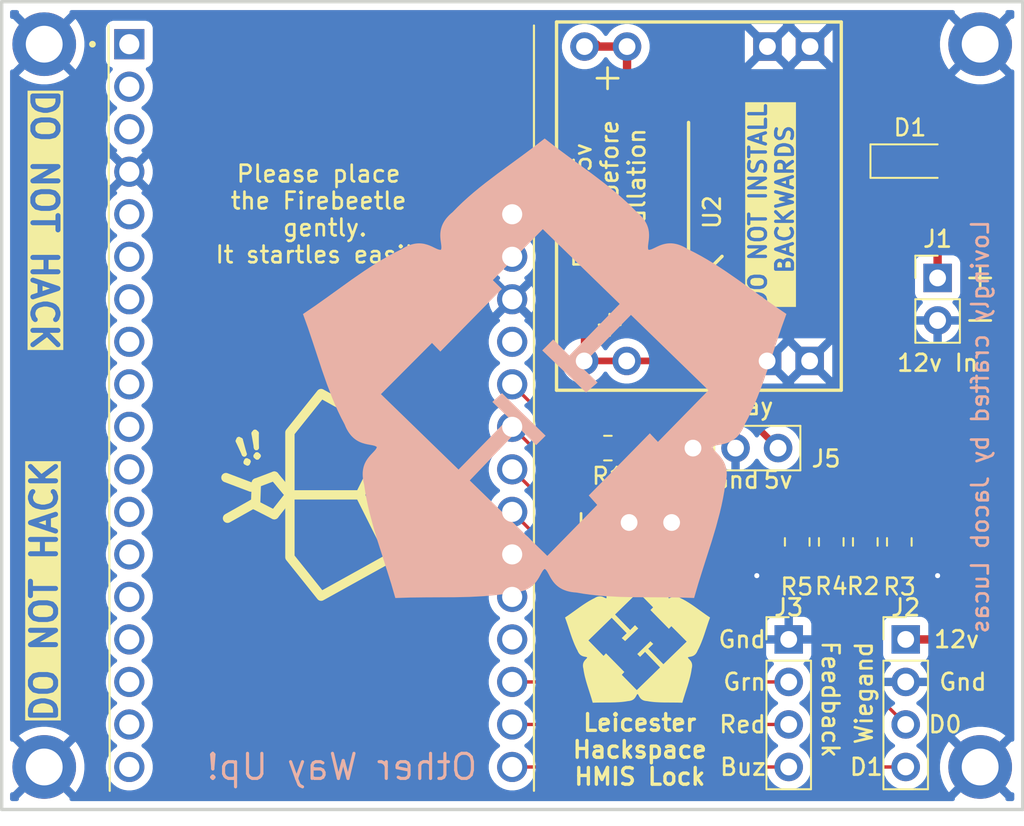
<source format=kicad_pcb>
(kicad_pcb (version 20241229) (generator "pcbnew") (generator_version "9.0")
  (layers (0 "F.Cu" signal) (2 "B.Cu" signal) (13 "F.Paste" user) (15 "B.Paste" user) (5 "F.SilkS" user "F.Silkscreen") (7 "B.SilkS" user "B.Silkscreen") (1 "F.Mask" user) (3 "B.Mask" user) (25 "Edge.Cuts" user))
  (net 0 "")
  (net 1 "GND")
  (net 2 "+12V")
  (net 3 "Net-(J2-Pin_3)")
  (net 4 "Net-(J2-Pin_4)")
  (net 5 "/red")
  (net 6 "/grn")
  (net 7 "/buz")
  (net 8 "/Btn")
  (net 9 "Net-(J5-Pin_1)")
  (net 10 "+5V")
  (net 11 "/Relay")
  (net 12 "/d0")
  (net 13 "/d1")
  (net 31 "Net-(D1-A)")
  (footprint "MountingHole:MountingHole_2.2mm_M2_DIN965_Pad" (layer "F.Cu") (at 86.36 35.56)
    (property "Reference" "M2" (hide yes))
    (property "Value" "MountingHole_2.2mm_M2_DIN965_Pad" (hide yes))
    (pad "1" thru_hole circle (at 0 0) (size 3.8 3.8) (drill 2.2) (layers "*.Cu" "*.Mask") (net 1 "GND"))
  )
  (footprint "MountingHole:MountingHole_2.2mm_M2_DIN965_Pad" (layer "F.Cu") (at 30.48 35.56)
    (property "Reference" "M1" (hide yes))
    (property "Value" "MountingHole_2.2mm_M2_DIN965_Pad" (hide yes))
    (pad "1" thru_hole circle (at 0 0) (size 3.8 3.8) (drill 2.2) (layers "*.Cu" "*.Mask") (net 1 "GND"))
  )
  (footprint "Connector_PinHeader_2.54mm:PinHeader_1x03_P2.54mm_Vertical" (layer "F.Cu") (at 69.215 59.69 90)
    (property "Reference" "J5" (at -0.635 6.985 0) (layer "F.SilkS") (effects (font (thickness 0.16)) (justify left)))
    (property "Value" "Relay" (hide yes))
    (fp_line (start -1.33 -1.33) (end 0 -1.33) (stroke (width 0.12)) (layer "F.SilkS"))
    (fp_line (start -1.33 0) (end -1.33 -1.33) (stroke (width 0.12)) (layer "F.SilkS"))
    (fp_line (start 1.33 1.27) (end 1.33 6.41) (stroke (width 0.12)) (layer "F.SilkS"))
    (fp_line (start -1.33 1.27) (end 1.33 1.27) (stroke (width 0.12)) (layer "F.SilkS"))
    (fp_line (start -1.33 1.27) (end -1.33 6.41) (stroke (width 0.12)) (layer "F.SilkS"))
    (fp_line (start -1.33 6.41) (end 1.33 6.41) (stroke (width 0.12)) (layer "F.SilkS"))
    (pad "1" thru_hole rect (at 0 0 90) (size 1.7 1.7) (drill 1) (layers "*.Cu" "*.Mask") (net 9 "Net-(J5-Pin_1)"))
    (pad "2" thru_hole oval (at 0 2.54 90) (size 1.7 1.7) (drill 1) (layers "*.Cu" "*.Mask") (net 1 "GND"))
    (pad "3" thru_hole oval (at 0 5.08 90) (size 1.7 1.7) (drill 1) (layers "*.Cu" "*.Mask") (net 10 "+5V"))
  )
  (footprint "Diode_SMD:D_SOD-123" (layer "F.Cu") (at 82.17 42.545)
    (property "Reference" "D1" (at 0 -2 0) (layer "F.SilkS"))
    (property "Value" "1N5819")
    (fp_line (start -2.36 -1) (end -2.36 1) (stroke (width 0.12)) (layer "F.SilkS"))
    (fp_line (start -2.36 -1) (end 1.65 -1) (stroke (width 0.12)) (layer "F.SilkS"))
    (fp_line (start -2.36 1) (end 1.65 1) (stroke (width 0.12)) (layer "F.SilkS"))
    (pad "1" smd roundrect (at -1.65 0) (size 0.9 1.2) (layers "F.Cu" "F.Mask" "F.Paste") (net 2 "+12V"))
    (pad "2" smd roundrect (at 1.65 0) (size 0.9 1.2) (layers "F.Cu" "F.Mask" "F.Paste") (net 31 "Net-(D1-A)"))
  )
  (footprint "Resistor_SMD:R_0805_2012Metric_Pad1.20x1.40mm_HandSolder" (layer "F.Cu") (at 75.438 65.294 -90)
    (property "Reference" "R5" (at 2.681958 0.024909 180) (layer "F.SilkS"))
    (property "Value" "3.3k" (hide yes))
    (fp_line (start -0.227064 0.735) (end 0.227064 0.735) (stroke (width 0.12)) (layer "F.SilkS"))
    (fp_line (start -0.227064 -0.735) (end 0.227064 -0.735) (stroke (width 0.12)) (layer "F.SilkS"))
    (pad "1" smd roundrect (at -1 0 270) (size 1.2 1.4) (layers "F.Cu" "F.Mask" "F.Paste") (roundrect_rratio 0.208333) (net 13 "/d1"))
    (pad "2" smd roundrect (at 1 0 270) (size 1.2 1.4) (layers "F.Cu" "F.Mask" "F.Paste") (roundrect_rratio 0.208333) (net 1 "GND"))
  )
  (footprint "MountingHole:MountingHole_2.2mm_M2_DIN965_Pad" (layer "F.Cu") (at 30.48 78.74)
    (property "Reference" "M3" (hide yes))
    (property "Value" "MountingHole_2.2mm_M2_DIN965_Pad" (hide yes))
    (pad "1" thru_hole circle (at 0 0) (size 3.8 3.8) (drill 2.2) (layers "*.Cu" "*.Mask") (net 1 "GND"))
  )
  (footprint "Connector_PinHeader_2.54mm:PinHeader_1x02_P2.54mm_Vertical" (layer "F.Cu") (at 65.4 64.135 90)
    (property "Reference" "J4" (at 0 -2.535 180) (layer "F.SilkS") (effects (font (thickness 0.16))))
    (property "Value" "Button")
    (fp_line (start -1.33 -1.33) (end 0 -1.33) (stroke (width 0.12)) (layer "F.SilkS"))
    (fp_line (start -1.33 0) (end -1.33 -1.33) (stroke (width 0.12)) (layer "F.SilkS"))
    (fp_line (start 1.33 1.27) (end 1.33 3.87) (stroke (width 0.12)) (layer "F.SilkS"))
    (fp_line (start -1.33 1.27) (end 1.33 1.27) (stroke (width 0.12)) (layer "F.SilkS"))
    (fp_line (start -1.33 1.27) (end -1.33 3.87) (stroke (width 0.12)) (layer "F.SilkS"))
    (fp_line (start -1.33 3.87) (end 1.33 3.87) (stroke (width 0.12)) (layer "F.SilkS"))
    (pad "1" thru_hole rect (at 0 0 90) (size 1.7 1.7) (drill 1) (layers "*.Cu" "*.Mask") (net 8 "/Btn"))
    (pad "2" thru_hole oval (at 0 2.54 90) (size 1.7 1.7) (drill 1) (layers "*.Cu" "*.Mask") (net 1 "GND"))
  )
  (footprint "Resistor_SMD:R_0805_2012Metric_Pad1.20x1.40mm_HandSolder" (layer "F.Cu") (at 81.534 65.294 90)
    (property "Reference" "R3" (at -2.681958 0.01243 180) (layer "F.SilkS"))
    (property "Value" "3.3k" (hide yes))
    (fp_line (start -0.227064 -0.735) (end 0.227064 -0.735) (stroke (width 0.12)) (layer "F.SilkS"))
    (fp_line (start -0.227064 0.735) (end 0.227064 0.735) (stroke (width 0.12)) (layer "F.SilkS"))
    (pad "1" smd roundrect (at -1 0 90) (size 1.2 1.4) (layers "F.Cu" "F.Mask" "F.Paste") (roundrect_rratio 0.208333) (net 1 "GND"))
    (pad "2" smd roundrect (at 1 0 90) (size 1.2 1.4) (layers "F.Cu" "F.Mask" "F.Paste") (roundrect_rratio 0.208333) (net 12 "/d0"))
  )
  (footprint "jacob-libs:MP1584EN Module" (layer "F.Cu") (at 68.95 45.233 90)
    (property "Reference" "U2" (at -0.36 1.408 90) (layer "F.SilkS") (effects (font (thickness 0.16))))
    (property "Value" "MP1584EN Module")
    (fp_line (start 11 -7.882) (end -11 -7.882) (stroke (width 0.2)) (layer "F.SilkS"))
    (fp_line (start -11 -7.882) (end -11 9.118) (stroke (width 0.2)) (layer "F.SilkS"))
    (fp_line (start -3 -2) (end -5 0) (stroke (width 0.2)) (layer "F.SilkS"))
    (fp_line (start 5 0) (end -5 0) (stroke (width 0.2)) (layer "F.SilkS"))
    (fp_line (start -5 0) (end -3 2) (stroke (width 0.2)) (layer "F.SilkS"))
    (fp_line (start 11 9.118) (end 11 -7.882) (stroke (width 0.2)) (layer "F.SilkS"))
    (fp_line (start -11 9.118) (end 11 9.118) (stroke (width 0.2)) (layer "F.SilkS"))
    (pad "1" thru_hole circle (at 9.531 -6.212 90) (size 1.7 1.7) (drill 1) (layers "*.Cu" "*.Mask") (net 2 "+12V"))
    (pad "1" thru_hole circle (at 9.531 -3.672 90) (size 1.7 1.7) (drill 1) (layers "*.Cu" "*.Mask") (net 2 "+12V"))
    (pad "2" thru_hole rect (at 9.531 4.71 90) (size 1.7 1.7) (drill 1) (layers "*.Cu" "*.Mask") (net 1 "GND"))
    (pad "2" thru_hole rect (at 9.531 7.25 90) (size 1.7 1.7) (drill 1) (layers "*.Cu" "*.Mask") (net 1 "GND"))
    (pad "3" thru_hole rect (at -9.25 4.69 90) (size 1.7 1.7) (drill 1) (layers "*.Cu" "*.Mask") (net 1 "GND"))
    (pad "3" thru_hole rect (at -9.25 7.23 90) (size 1.7 1.7) (drill 1) (layers "*.Cu" "*.Mask") (net 1 "GND"))
    (pad "4" thru_hole circle (at -9.25 -6.232 90) (size 1.7 1.7) (drill 1) (layers "*.Cu" "*.Mask") (net 10 "+5V"))
    (pad "4" thru_hole circle (at -9.25 -3.692 90) (size 1.7 1.7) (drill 1) (layers "*.Cu" "*.Mask") (net 10 "+5V"))
  )
  (footprint "Resistor_SMD:R_0805_2012Metric_Pad1.20x1.40mm_HandSolder" (layer "F.Cu") (at 64.135 59.69)
    (property "Reference" "R1" (at 0.029975 1.669735 0) (layer "F.SilkS"))
    (property "Value" "5k1")
    (fp_line (start -0.227064 -0.735) (end 0.227064 -0.735) (stroke (width 0.12)) (layer "F.SilkS"))
    (fp_line (start -0.227064 0.735) (end 0.227064 0.735) (stroke (width 0.12)) (layer "F.SilkS"))
    (pad "1" smd roundrect (at -1 0) (size 1.2 1.4) (layers "F.Cu" "F.Mask" "F.Paste") (roundrect_rratio 0.208333) (net 11 "/Relay"))
    (pad "2" smd roundrect (at 1 0) (size 1.2 1.4) (layers "F.Cu" "F.Mask" "F.Paste") (roundrect_rratio 0.208333) (net 9 "Net-(J5-Pin_1)"))
  )
  (footprint "Connector_PinHeader_2.54mm:PinHeader_1x02_P2.54mm_Vertical" (layer "F.Cu") (at 83.82 49.525)
    (property "Reference" "J1" (at 0 -2.33 0) (layer "F.SilkS") (effects (font (thickness 0.16))))
    (property "Value" "Power In" (hide yes))
    (fp_line (start -1.33 -1.33) (end 0 -1.33) (stroke (width 0.12)) (layer "F.SilkS"))
    (fp_line (start -1.33 0) (end -1.33 -1.33) (stroke (width 0.12)) (layer "F.SilkS"))
    (fp_line (start -1.33 1.27) (end -1.33 3.87) (stroke (width 0.12)) (layer "F.SilkS"))
    (fp_line (start -1.33 1.27) (end 1.33 1.27) (stroke (width 0.12)) (layer "F.SilkS"))
    (fp_line (start -1.33 3.87) (end 1.33 3.87) (stroke (width 0.12)) (layer "F.SilkS"))
    (fp_line (start 1.33 1.27) (end 1.33 3.87) (stroke (width 0.12)) (layer "F.SilkS"))
    (pad "1" thru_hole rect (at 0 0) (size 1.7 1.7) (drill 1) (layers "*.Cu" "*.Mask") (net 31 "Net-(D1-A)"))
    (pad "2" thru_hole oval (at 0 2.54) (size 1.7 1.7) (drill 1) (layers "*.Cu" "*.Mask") (net 1 "GND"))
  )
  (footprint "Connector_PinHeader_2.54mm:PinHeader_1x04_P2.54mm_Vertical" (layer "F.Cu") (at 81.915 71.12)
    (property "Reference" "J2" (at 0 -1.905 0) (layer "F.SilkS") (effects (font (thickness 0.16))))
    (property "Value" "Wiegand" (hide yes))
    (fp_line (start -1.33 -1.33) (end 0 -1.33) (stroke (width 0.12)) (layer "F.SilkS"))
    (fp_line (start -1.33 0) (end -1.33 -1.33) (stroke (width 0.12)) (layer "F.SilkS"))
    (fp_line (start -1.33 1.27) (end -1.33 8.95) (stroke (width 0.12)) (layer "F.SilkS"))
    (fp_line (start -1.33 1.27) (end 1.33 1.27) (stroke (width 0.12)) (layer "F.SilkS"))
    (fp_line (start -1.33 8.95) (end 1.33 8.95) (stroke (width 0.12)) (layer "F.SilkS"))
    (fp_line (start 1.33 1.27) (end 1.33 8.95) (stroke (width 0.12)) (layer "F.SilkS"))
    (pad "1" thru_hole rect (at 0 0) (size 1.7 1.7) (drill 1) (layers "*.Cu" "*.Mask") (net 2 "+12V"))
    (pad "2" thru_hole oval (at 0 2.54) (size 1.7 1.7) (drill 1) (layers "*.Cu" "*.Mask") (net 1 "GND"))
    (pad "3" thru_hole oval (at 0 5.08) (size 1.7 1.7) (drill 1) (layers "*.Cu" "*.Mask") (net 3 "Net-(J2-Pin_3)"))
    (pad "4" thru_hole oval (at 0 7.62) (size 1.7 1.7) (drill 1) (layers "*.Cu" "*.Mask") (net 4 "Net-(J2-Pin_4)"))
  )
  (footprint "Connector_PinHeader_2.54mm:PinHeader_1x04_P2.54mm_Vertical" (layer "F.Cu") (at 74.93 71.12)
    (property "Reference" "J3" (at 0 -1.905 0) (layer "F.SilkS") (effects (font (thickness 0.16))))
    (property "Value" "Feedback" (hide yes))
    (fp_line (start -1.33 -1.33) (end 0 -1.33) (stroke (width 0.12)) (layer "F.SilkS"))
    (fp_line (start -1.33 0) (end -1.33 -1.33) (stroke (width 0.12)) (layer "F.SilkS"))
    (fp_line (start -1.33 1.27) (end -1.33 8.95) (stroke (width 0.12)) (layer "F.SilkS"))
    (fp_line (start -1.33 1.27) (end 1.33 1.27) (stroke (width 0.12)) (layer "F.SilkS"))
    (fp_line (start -1.33 8.95) (end 1.33 8.95) (stroke (width 0.12)) (layer "F.SilkS"))
    (fp_line (start 1.33 1.27) (end 1.33 8.95) (stroke (width 0.12)) (layer "F.SilkS"))
    (pad "1" thru_hole rect (at 0 0) (size 1.7 1.7) (drill 1) (layers "*.Cu" "*.Mask") (net 1 "GND"))
    (pad "2" thru_hole oval (at 0 2.54) (size 1.7 1.7) (drill 1) (layers "*.Cu" "*.Mask") (net 6 "/grn"))
    (pad "3" thru_hole oval (at 0 5.08) (size 1.7 1.7) (drill 1) (layers "*.Cu" "*.Mask") (net 5 "/red"))
    (pad "4" thru_hole oval (at 0 7.62) (size 1.7 1.7) (drill 1) (layers "*.Cu" "*.Mask") (net 7 "/buz"))
  )
  (footprint "Resistor_SMD:R_0805_2012Metric_Pad1.20x1.40mm_HandSolder" (layer "F.Cu") (at 79.502 65.294 -90)
    (property "Reference" "R2" (at 2.651 0.127 180) (layer "F.SilkS"))
    (property "Value" "1k" (hide yes))
    (fp_line (start -0.227064 0.735) (end 0.227064 0.735) (stroke (width 0.12)) (layer "F.SilkS"))
    (fp_line (start -0.227064 -0.735) (end 0.227064 -0.735) (stroke (width 0.12)) (layer "F.SilkS"))
    (pad "1" smd roundrect (at -1 0 270) (size 1.2 1.4) (layers "F.Cu" "F.Mask" "F.Paste") (roundrect_rratio 0.208333) (net 12 "/d0"))
    (pad "2" smd roundrect (at 1 0 270) (size 1.2 1.4) (layers "F.Cu" "F.Mask" "F.Paste") (roundrect_rratio 0.208333) (net 3 "Net-(J2-Pin_3)"))
  )
  (footprint "MountingHole:MountingHole_2.2mm_M2_DIN965_Pad" (layer "F.Cu") (at 86.36 78.74)
    (property "Reference" "M4" (hide yes))
    (property "Value" "MountingHole_2.2mm_M2_DIN965_Pad" (hide yes))
    (pad "1" thru_hole circle (at 0 0) (size 3.8 3.8) (drill 2.2) (layers "*.Cu" "*.Mask") (net 1 "GND"))
  )
  (footprint "Resistor_SMD:R_0805_2012Metric_Pad1.20x1.40mm_HandSolder" (layer "F.Cu") (at 77.47 65.294 -90)
    (property "Reference" "R4" (at 2.651 0 180) (layer "F.SilkS"))
    (property "Value" "1k" (hide yes))
    (fp_line (start -0.227064 0.735) (end 0.227064 0.735) (stroke (width 0.12)) (layer "F.SilkS"))
    (fp_line (start -0.227064 -0.735) (end 0.227064 -0.735) (stroke (width 0.12)) (layer "F.SilkS"))
    (pad "1" smd roundrect (at -1 0 270) (size 1.2 1.4) (layers "F.Cu" "F.Mask" "F.Paste") (roundrect_rratio 0.208333) (net 13 "/d1"))
    (pad "2" smd roundrect (at 1 0 270) (size 1.2 1.4) (layers "F.Cu" "F.Mask" "F.Paste") (roundrect_rratio 0.208333) (net 4 "Net-(J2-Pin_4)"))
  )
  (footprint "DFR0654:MODULE_DFR0654" (layer "F.Cu") (at 47.091247 52.223767)
    (property "Reference" "U1" (at 0 0 0) (layer "F.SilkS") (effects (font (thickness 0.16))))
    (property "Value" "DFR0654")
    (fp_line (start -12.771247 -17.78) (end -12.7 27.94) (stroke (width 0.127)) (layer "F.SilkS"))
    (fp_line (start 12.628753 -17.78) (end 12.628753 27.94) (stroke (width 0.127)) (layer "F.SilkS"))
    (fp_circle (center -13.731247 -16.663767) (end -13.631247 -16.663767) (stroke (width 0.2)) (fill no) (layer "F.SilkS"))
    (pad "" thru_hole circle (at -11.531247 -11.583767) (size 1.8 1.8) (drill 1.2) (layers "*.Cu" "*.Mask"))
    (pad "0" thru_hole circle (at -11.531247 16.356233) (size 1.8 1.8) (drill 1.2) (layers "*.Cu" "*.Mask"))
    (pad "1" thru_hole circle (at -11.531247 23.976233) (size 1.8 1.8) (drill 1.2) (layers "*.Cu" "*.Mask"))
    (pad "2" thru_hole circle (at -11.531247 8.736233) (size 1.8 1.8) (drill 1.2) (layers "*.Cu" "*.Mask"))
    (pad "3" thru_hole circle (at -11.531247 26.516233) (size 1.8 1.8) (drill 1.2) (layers "*.Cu" "*.Mask"))
    (pad "4" thru_hole circle (at 11.328753 21.436233) (size 1.8 1.8) (drill 1.2) (layers "*.Cu" "*.Mask") (net 6 "/grn"))
    (pad "5" thru_hole circle (at 11.328753 -6.503767) (size 1.8 1.8) (drill 1.2) (layers "*.Cu" "*.Mask") (net 10 "+5V"))
    (pad "6" thru_hole circle (at -11.531247 -14.123767) (size 1.8 1.8) (drill 1.2) (layers "*.Cu" "*.Mask"))
    (pad "6" thru_hole circle (at 11.328753 -3.963767) (size 1.8 1.8) (drill 1.2) (layers "*.Cu" "*.Mask"))
    (pad "7" thru_hole circle (at -11.531247 -9.043767) (size 1.8 1.8) (drill 1.2) (layers "*.Cu" "*.Mask") (net 1 "GND"))
    (pad "7" thru_hole circle (at 11.328753 -1.423767) (size 1.8 1.8) (drill 1.2) (layers "*.Cu" "*.Mask") (net 1 "GND"))
    (pad "8" thru_hole circle (at -11.531247 -6.503767) (size 1.8 1.8) (drill 1.2) (layers "*.Cu" "*.Mask"))
    (pad "9" thru_hole rect (at -11.531247 -16.663767) (size 1.8 1.8) (drill 1.2) (layers "*.Cu" "*.Mask"))
    (pad "12" thru_hole circle (at 11.328753 18.896233) (size 1.8 1.8) (drill 1.2) (layers "*.Cu" "*.Mask"))
    (pad "13" thru_hole circle (at -11.531247 11.276233) (size 1.8 1.8) (drill 1.2) (layers "*.Cu" "*.Mask"))
    (pad "14" thru_hole circle (at -11.531247 13.816233) (size 1.8 1.8) (drill 1.2) (layers "*.Cu" "*.Mask"))
    (pad "15" thru_hole circle (at 11.328753 6.196233) (size 1.8 1.8) (drill 1.2) (layers "*.Cu" "*.Mask") (net 8 "/Btn"))
    (pad "16" thru_hole circle (at 11.328753 23.976233) (size 1.8 1.8) (drill 1.2) (layers "*.Cu" "*.Mask") (net 5 "/red"))
    (pad "17" thru_hole circle (at 11.328753 26.516233) (size 1.8 1.8) (drill 1.2) (layers "*.Cu" "*.Mask") (net 7 "/buz"))
    (pad "18" thru_hole circle (at -11.531247 -3.963767) (size 1.8 1.8) (drill 1.2) (layers "*.Cu" "*.Mask"))
    (pad "19" thru_hole circle (at -11.531247 1.116233) (size 1.8 1.8) (drill 1.2) (layers "*.Cu" "*.Mask"))
    (pad "21" thru_hole circle (at -11.531247 6.196233) (size 1.8 1.8) (drill 1.2) (layers "*.Cu" "*.Mask") (net 11 "/Relay"))
    (pad "21" thru_hole circle (at 11.328753 3.656233) (size 1.8 1.8) (drill 1.2) (layers "*.Cu" "*.Mask") (net 11 "/Relay"))
    (pad "22" thru_hole circle (at -11.531247 3.656233) (size 1.8 1.8) (drill 1.2) (layers "*.Cu" "*.Mask"))
    (pad "22" thru_hole circle (at 11.328753 1.116233) (size 1.8 1.8) (drill 1.2) (layers "*.Cu" "*.Mask"))
    (pad "23" thru_hole circle (at -11.531247 -1.423767) (size 1.8 1.8) (drill 1.2) (layers "*.Cu" "*.Mask"))
    (pad "25" thru_hole circle (at -11.531247 21.436233) (size 1.8 1.8) (drill 1.2) (layers "*.Cu" "*.Mask"))
    (pad "26" thru_hole circle (at -11.531247 18.896233) (size 1.8 1.8) (drill 1.2) (layers "*.Cu" "*.Mask"))
    (pad "34" thru_hole circle (at 11.328753 11.276233) (size 1.8 1.8) (drill 1.2) (layers "*.Cu" "*.Mask") (net 13 "/d1"))
    (pad "35" thru_hole circle (at 11.328753 8.736233) (size 1.8 1.8) (drill 1.2) (layers "*.Cu" "*.Mask") (net 12 "/d0"))
    (pad "36" thru_hole circle (at 11.328753 16.356233) (size 1.8 1.8) (drill 1.2) (layers "*.Cu" "*.Mask"))
    (pad "39" thru_hole circle (at 11.328753 13.816233) (size 1.8 1.8) (drill 1.2) (layers "*.Cu" "*.Mask"))
  )
  (gr_line (start 86.36 48.89) (end 86.36 50.16) (stroke (width 0.16)) (layer "F.SilkS"))
  (gr_line (start 45.149112 62.484) (end 44.21805 61.363988) (stroke (width 0.558638)) (layer "F.SilkS"))
  (gr_line (start 64.115 38.227) (end 64.115 36.957) (stroke (width 0.16)) (layer "F.SilkS"))
  (gr_line (start 51.945861 64.904759) (end 52.970028 66.11514) (stroke (width 0.558638)) (layer "F.SilkS"))
  (gr_line (start 63.607 52.324) (end 64.877 52.324) (stroke (width 0.16)) (layer "F.SilkS"))
  (gr_line (start 44.21805 61.363988) (end 43.145275 61.770471) (stroke (width 0.558638)) (layer "F.SilkS"))
  (gr_line (start 44.21805 63.668022) (end 45.149112 62.484) (stroke (width 0.558638)) (layer "F.SilkS"))
  (gr_poly (pts (xy 66.114612 66.828714) (xy 66.328544 66.987699) (xy 66.759185 67.303579) (xy 66.970388 67.464667) (xy 67.073756 67.546914) (xy 67.175174 67.630647) (xy 67.2743 67.716124) (xy 67.37079 67.80361) (xy 67.464299 67.893367) (xy 67.554482 67.985656) (xy 67.586529 68.012971) (xy 67.615452 68.040222) (xy 67.641399 68.067373) (xy 67.664517 68.094391) (xy 67.684955 68.121246) (xy 67.702859 68.147899) (xy 67.718378 68.174319) (xy 67.731659 68.200473) (xy 67.74285 68.226327) (xy 67.752101 68.251845) (xy 67.759557 68.276997) (xy 67.765368 68.301747) (xy 67.769681 68.326062) (xy 67.772642 68.349909) (xy 67.774403 68.373253) (xy 67.775108 68.396061) (xy 67.774907 68.4183) (xy 67.773948 68.439934) (xy 67.770344 68.481261) (xy 67.760538 68.555196) (xy 67.756701 68.587266) (xy 67.755153 68.615712) (xy 67.755608 68.628492) (xy 67.757078 68.640264) (xy 67.75971 68.650996) (xy 67.763655 68.660655) (xy 67.774059 68.661424) (xy 67.78508 68.660616) (xy 67.809027 68.654866) (xy 67.835607 68.644612) (xy 67.864928 68.631064) (xy 67.932225 68.598913) (xy 67.970423 68.582728) (xy 68.011797 68.568082) (xy 68.056458 68.55618) (xy 68.080056 68.551636) (xy 68.104515 68.548233) (xy 68.129852 68.546119) (xy 68.156076 68.545447) (xy 68.183207 68.546367) (xy 68.211252 68.549031) (xy 68.240229 68.553589) (xy 68.270151 68.560194) (xy 68.30103 68.568996) (xy 68.332883 68.580144) (xy 68.365719 68.593791) (xy 68.399555 68.610088) (xy 68.434403 68.629186) (xy 68.470278 68.651236) (xy 68.585901 68.708521) (xy 68.700143 68.769751) (xy 68.813145 68.834515) (xy 68.925051 68.902408) (xy 69.036005 68.973021) (xy 69.146148 69.045943) (xy 69.364577 69.197091) (xy 69.798002 69.509157) (xy 70.015284 69.663546) (xy 70.234473 69.812484) (xy 70.144638 70.061776) (xy 70.059542 70.314364) (xy 69.89219 70.821539) (xy 69.804248 71.072182) (xy 69.709673 71.318234) (xy 69.659009 71.438923) (xy 69.605619 71.557724) (xy 69.549152 71.674391) (xy 69.489248 71.788679) (xy 69.473172 71.8276) (xy 69.456194 71.863529) (xy 69.438389 71.896595) (xy 69.419837 71.926931) (xy 69.400613 71.954668) (xy 69.380796 71.979931) (xy 69.360464 72.002855) (xy 69.339695 72.023569) (xy 69.318564 72.042203) (xy 69.297152 72.058886) (xy 69.275535 72.073751) (xy 69.253793 72.086926) (xy 69.231999 72.098542) (xy 69.210236 72.108728) (xy 69.188577 72.117616) (xy 69.167103 72.125336) (xy 69.125018 72.137791) (xy 69.084599 72.147136) (xy 69.011252 72.160658) (xy 68.979566 72.166921) (xy 68.952035 72.174239) (xy 68.94002 72.178621) (xy 68.929278 72.183656) (xy 68.919884 72.189476) (xy 68.911917 72.196213) (xy 68.9144 72.206345) (xy 68.918576 72.216577) (xy 68.931446 72.237575) (xy 68.949413 72.259684) (xy 68.971361 72.283381) (xy 69.022739 72.337448) (xy 69.049938 72.368773) (xy 69.076658 72.403594) (xy 69.101781 72.442388) (xy 69.113396 72.463426) (xy 69.124193 72.485636) (xy 69.134034 72.509077) (xy 69.142779 72.53381) (xy 69.150288 72.559895) (xy 69.156422 72.587392) (xy 69.161042 72.616358) (xy 69.164009 72.646856) (xy 69.165182 72.678944) (xy 69.164421 72.712681) (xy 69.161591 72.748127) (xy 69.156546 72.785342) (xy 69.149153 72.824387) (xy 69.139268 72.865319) (xy 69.120516 72.992986) (xy 69.097586 73.120556) (xy 69.070908 73.248041) (xy 69.040919 73.375451) (xy 68.972727 73.630082) (xy 68.896472 73.884527) (xy 68.733608 74.393174) (xy 68.653917 74.647532) (xy 68.58 74.902016) (xy 68.315148 74.893616) (xy 68.048627 74.890741) (xy 67.514564 74.888311) (xy 67.249014 74.882129) (xy 66.985779 74.86822) (xy 66.855342 74.857331) (xy 66.725858 74.843269) (xy 66.59745 74.825615) (xy 66.470246 74.803961) (xy 66.428262 74.8007) (xy 66.388845 74.795654) (xy 66.351894 74.78894) (xy 66.31731 74.780669) (xy 66.284991 74.770957) (xy 66.25484 74.759917) (xy 66.226754 74.747663) (xy 66.200634 74.73431) (xy 66.176384 74.719972) (xy 66.153899 74.704763) (xy 66.13308 74.688797) (xy 66.113831 74.672189) (xy 66.096048 74.655052) (xy 66.079634 74.6375) (xy 66.064487 74.619649) (xy 66.050508 74.60161) (xy 66.025655 74.565431) (xy 66.004277 74.529877) (xy 65.968746 74.464297) (xy 65.952998 74.436095) (xy 65.937528 74.412172) (xy 65.929649 74.402099) (xy 65.92154 74.393438) (xy 65.913101 74.386303) (xy 65.904233 74.380808) (xy 65.895364 74.386301) (xy 65.886923 74.393434) (xy 65.878813 74.402092) (xy 65.87093 74.412163) (xy 65.855456 74.436082) (xy 65.839703 74.464279) (xy 65.804161 74.529853) (xy 65.782777 74.565401) (xy 65.757917 74.601574) (xy 65.743936 74.619608) (xy 65.728786 74.637457) (xy 65.712368 74.655004) (xy 65.694583 74.672137) (xy 65.67533 74.68874) (xy 65.65451 74.7047) (xy 65.632022 74.719903) (xy 65.607769 74.734234) (xy 65.581646 74.747579) (xy 65.553559 74.759825) (xy 65.523406 74.770856) (xy 65.491085 74.78056) (xy 65.456498 74.78882) (xy 65.419546 74.795524) (xy 65.380129 74.800558) (xy 65.338144 74.803805) (xy 65.210932 74.825422) (xy 65.08252 74.843035) (xy 64.953031 74.85706) (xy 64.822589 74.867908) (xy 64.55935 74.881739) (xy 64.293794 74.887844) (xy 63.759716 74.890129) (xy 63.493183 74.89294) (xy 63.228313 74.90128) (xy 63.154457 74.646794) (xy 63.074828 74.392427) (xy 62.912093 73.883746) (xy 62.835907 73.62928) (xy 62.767787 73.374629) (xy 62.737832 73.24721) (xy 62.711194 73.119716) (xy 62.688301 72.992138) (xy 62.669587 72.864467) (xy 62.659714 72.823531) (xy 62.652332 72.784484) (xy 62.6473 72.747268) (xy 62.644478 72.71182) (xy 62.64373 72.678083) (xy 62.644912 72.645997) (xy 62.647886 72.6155) (xy 62.652515 72.586535) (xy 62.658658 72.559042) (xy 62.666174 72.532958) (xy 62.674927 72.508228) (xy 62.684774 72.48479) (xy 62.695577 72.462584) (xy 62.707199 72.441551) (xy 62.719496 72.421631) (xy 62.732333 72.402764) (xy 62.745568 72.38489) (xy 62.759062 72.367952) (xy 62.78627 72.336637) (xy 62.837663 72.282587) (xy 62.859617 72.258898) (xy 62.87759 72.236794) (xy 62.884736 72.226189) (xy 62.890466 72.2158) (xy 62.894645 72.20557) (xy 62.897131 72.195439) (xy 62.889166 72.188699) (xy 62.879774 72.182876) (xy 62.869033 72.177836) (xy 62.857021 72.173452) (xy 62.82949 72.166123) (xy 62.797805 72.15985) (xy 62.724461 72.146302) (xy 62.684045 72.136943) (xy 62.641963 72.124474) (xy 62.62049 72.116747) (xy 62.598835 72.107851) (xy 62.577073 72.097657) (xy 62.555284 72.086033) (xy 62.533544 72.072851) (xy 62.511932 72.05798) (xy 62.490524 72.041288) (xy 62.4694 72.022648) (xy 62.448637 72.001928) (xy 62.428312 71.978998) (xy 62.408503 71.953726) (xy 62.389286 71.925985) (xy 62.370743 71.895643) (xy 62.352949 71.862569) (xy 62.335981 71.826635) (xy 62.319917 71.78771) (xy 62.260049 71.673404) (xy 62.203616 71.556721) (xy 62.150264 71.437903) (xy 62.099636 71.317201) (xy 62.046515 71.178872) (xy 62.971972 71.178872) (xy 63.876296 72.103273) (xy 64.021675 71.949833) (xy 65.115794 73.064183) (xy 64.964408 73.233437) (xy 65.857958 74.146636) (xy 67.246671 72.795247) (xy 66.355097 71.864566) (xy 66.057441 72.161758) (xy 65.888072 71.993164) (xy 66.669419 71.230109) (xy 66.842936 71.387114) (xy 66.544814 71.676245) (xy 67.447976 72.599366) (xy 68.837736 71.248403) (xy 67.923645 70.330785) (xy 67.774235 70.485) (xy 66.672365 69.363984) (xy 66.83313 69.204885) (xy 65.938961 68.29153) (xy 64.562146 69.631408) (xy 65.464067 70.556119) (xy 65.751802 70.267572) (xy 65.94896 70.464381) (xy 65.164007 71.219024) (xy 64.957199 71.039695) (xy 65.257723 70.748937) (xy 64.359755 69.828297) (xy 62.971972 71.178872) (xy 62.046515 71.178872) (xy 62.005136 71.071121) (xy 61.917268 70.820453) (xy 61.750054 70.313227) (xy 61.665017 70.060609) (xy 61.575235 69.811282) (xy 61.794443 69.662401) (xy 62.011753 69.508066) (xy 62.445248 69.196108) (xy 62.663717 69.045018) (xy 62.77388 68.972124) (xy 62.884853 68.901541) (xy 62.99678 68.83368) (xy 63.109801 68.768946) (xy 63.22406 68.70775) (xy 63.339701 68.6505) (xy 63.375583 68.628462) (xy 63.410437 68.609374) (xy 63.444277 68.593089) (xy 63.477118 68.579452) (xy 63.508973 68.568315) (xy 63.539855 68.559525) (xy 63.569779 68.552931) (xy 63.598757 68.548383) (xy 63.626804 68.545729) (xy 63.653935 68.544819) (xy 63.680161 68.545501) (xy 63.705496 68.547625) (xy 63.729955 68.551039) (xy 63.75355 68.555592) (xy 63.776297 68.561134) (xy 63.798208 68.567512) (xy 63.819298 68.574577) (xy 63.839578 68.582178) (xy 63.877771 68.598379) (xy 63.945061 68.630559) (xy 63.974377 68.64412) (xy 63.988 68.649739) (xy 64.000952 68.654385) (xy 64.013248 68.657902) (xy 64.024898 68.660143) (xy 64.03592 68.660956) (xy 64.046324 68.66019) (xy 64.050272 68.650533) (xy 64.052908 68.6398) (xy 64.054838 68.615248) (xy 64.053299 68.586801) (xy 64.049471 68.554728) (xy 64.039687 68.480787) (xy 64.036094 68.439457) (xy 64.034945 68.395579) (xy 64.037425 68.349426) (xy 64.040393 68.325579) (xy 64.044713 68.301265) (xy 64.05053 68.276515) (xy 64.057994 68.251365) (xy 64.067251 68.225848) (xy 64.078451 68.199997) (xy 64.09174 68.173846) (xy 64.107266 68.14743) (xy 64.125178 68.120781) (xy 64.145623 68.093934) (xy 64.168748 68.06692) (xy 64.194703 68.039776) (xy 64.223635 68.012536) (xy 64.255691 67.98523) (xy 64.345903 67.892968) (xy 64.439438 67.80324) (xy 64.535953 67.715782) (xy 64.635104 67.630335) (xy 64.736548 67.546632) (xy 64.83994 67.464415) (xy 65.051189 67.303387) (xy 65.481922 66.987615) (xy 65.695898 66.828676) (xy 65.90528 66.666241)) (fill yes) (layer "F.SilkS"))
  (gr_line (start 64.242 52.959) (end 64.242 51.689) (stroke (width 0.16)) (layer "F.SilkS"))
  (gr_line (start 42.951936 63.021615) (end 44.21805 63.668022) (stroke (width 0.558638)) (layer "F.SilkS"))
  (gr_line (start 51.945861 61.646045) (end 53.621773 62.204682) (stroke (width 0.558638)) (layer "F.SilkS"))
  (gr_line (start 85.725 49.525) (end 86.995 49.525) (stroke (width 0.16)) (layer "F.SilkS"))
  (gr_line (start 43.145275 61.770471) (end 43.098038 63.096207) (stroke (width 0.558638)) (layer "F.SilkS"))
  (gr_line (start 63.48 37.592) (end 64.75 37.592) (stroke (width 0.16)) (layer "F.SilkS"))
  (gr_line (start 49.338888 62.484) (end 45.149112 62.484) (stroke (width 0.558638)) (layer "F.SilkS"))
  (gr_line (start 85.725 52.065) (end 86.995 52.065) (stroke (width 0.16)) (layer "F.SilkS"))
  (gr_line (start 51.573436 60.435665) (end 53.063134 59.783922) (stroke (width 0.558638)) (layer "F.SilkS"))
  (gr_poly (pts (xy 51.201012 58.759754) (xy 49.338888 62.484) (xy 51.201012 66.208245) (xy 47.011235 68.535899) (xy 45.149112 66.208245) (xy 45.149112 58.759754) (xy 47.011234 56.432101)) (stroke (width 0.558638)) (fill no) (layer "F.SilkS"))
  (gr_line (start 41.424866 63.880592) (end 42.951936 63.021615) (stroke (width 0.558638)) (layer "F.SilkS"))
  (gr_line (start 42.821458 62.01847) (end 41.329899 61.452933) (stroke (width 0.558638)) (layer "F.SilkS"))
  (gr_line (start 51.945861 63.135743) (end 53.435558 63.973698) (stroke (width 0.558638)) (layer "F.SilkS"))
  (gr_poly (pts (xy 59.661338 41.73528) (xy 58.948235 42.265227) (xy 57.512764 43.318166) (xy 56.808753 43.855124) (xy 56.464195 44.129281) (xy 56.126132 44.408387) (xy 55.795711 44.693314) (xy 55.474079 44.984936) (xy 55.162385 45.284126) (xy 54.861774 45.591756) (xy 54.754947 45.682806) (xy 54.658536 45.773639) (xy 54.572047 45.864143) (xy 54.494987 45.954206) (xy 54.426864 46.043717) (xy 54.367184 46.132563) (xy 54.315455 46.220631) (xy 54.271184 46.30781) (xy 54.233878 46.393987) (xy 54.203044 46.479051) (xy 54.178189 46.562889) (xy 54.15882 46.64539) (xy 54.144445 46.72644) (xy 54.134571 46.805928) (xy 54.128704 46.883742) (xy 54.126352 46.959769) (xy 54.127021 47.033898) (xy 54.13022 47.106016) (xy 54.142233 47.243771) (xy 54.174919 47.49022) (xy 54.187707 47.597119) (xy 54.192867 47.691938) (xy 54.191354 47.734537) (xy 54.186455 47.77378) (xy 54.177678 47.809554) (xy 54.16453 47.841748) (xy 54.129849 47.844315) (xy 54.093112 47.841619) (xy 54.013286 47.822452) (xy 53.924689 47.788274) (xy 53.826955 47.743112) (xy 53.602626 47.635946) (xy 53.475302 47.581996) (xy 53.337387 47.533172) (xy 53.188517 47.493499) (xy 53.10986 47.478354) (xy 53.028328 47.467007) (xy 52.943875 47.459962) (xy 52.856456 47.457722) (xy 52.766025 47.46079) (xy 52.672537 47.46967) (xy 52.575947 47.484866) (xy 52.476208 47.506881) (xy 52.373276 47.536218) (xy 52.267104 47.57338) (xy 52.157648 47.618871) (xy 52.044862 47.673195) (xy 51.928701 47.736855) (xy 51.809118 47.810354) (xy 51.423709 48.001304) (xy 51.042905 48.205402) (xy 50.66623 48.421285) (xy 50.293208 48.647594) (xy 49.923363 48.882967) (xy 49.556218 49.126044) (xy 48.828123 49.629867) (xy 47.383373 50.67009) (xy 46.659096 51.184718) (xy 45.92847 51.681177) (xy 46.227918 52.512155) (xy 46.511573 53.354116) (xy 47.069414 55.044697) (xy 47.362552 55.880174) (xy 47.677804 56.700348) (xy 47.846684 57.102643) (xy 48.024646 57.498647) (xy 48.212875 57.88754) (xy 48.412555 58.2685) (xy 48.466138 58.398234) (xy 48.522733 58.517997) (xy 48.582081 58.628221) (xy 48.643924 58.729341) (xy 48.708003 58.821792) (xy 48.774059 58.906006) (xy 48.841833 58.982419) (xy 48.911065 59.051465) (xy 48.981498 59.113577) (xy 49.052871 59.16919) (xy 49.124926 59.218737) (xy 49.197404 59.262653) (xy 49.270046 59.301372) (xy 49.342594 59.335329) (xy 49.414787 59.364956) (xy 49.486367 59.390689) (xy 49.626654 59.432206) (xy 49.761381 59.463353) (xy 50.005871 59.508429) (xy 50.111491 59.529303) (xy 50.203264 59.553698) (xy 50.243311 59.568302) (xy 50.27912 59.585088) (xy 50.310431 59.604491) (xy 50.336986 59.626944) (xy 50.328711 59.660721) (xy 50.314793 59.694826) (xy 50.271893 59.76482) (xy 50.212004 59.838516) (xy 50.138844 59.917506) (xy 49.967582 60.097728) (xy 49.876917 60.202142) (xy 49.787853 60.318213) (xy 49.704109 60.447531) (xy 49.665393 60.517655) (xy 49.629401 60.591687) (xy 49.596599 60.669826) (xy 49.567449 60.752271) (xy 49.542419 60.839221) (xy 49.521971 60.930875) (xy 49.506571 61.027431) (xy 49.496684 61.129089) (xy 49.492774 61.236047) (xy 49.495306 61.348504) (xy 49.504745 61.466659) (xy 49.521556 61.590711) (xy 49.546203 61.720858) (xy 49.579151 61.8573) (xy 49.641659 62.282853) (xy 49.718094 62.708089) (xy 49.807017 63.13304) (xy 49.906984 63.557738) (xy 50.134287 64.406509) (xy 50.388471 65.254661) (xy 50.931355 66.950151) (xy 51.19699 67.798009) (xy 51.443378 68.64629) (xy 52.326219 68.618288) (xy 53.214622 68.608702) (xy 54.994833 68.600603) (xy 55.88 68.58) (xy 56.757446 68.533634) (xy 57.192236 68.497339) (xy 57.623851 68.450462) (xy 58.051876 68.391621) (xy 58.475895 68.319438) (xy 58.615837 68.308568) (xy 58.747227 68.291751) (xy 58.870397 68.269368) (xy 58.98568 68.241799) (xy 59.093408 68.209424) (xy 59.193915 68.172624) (xy 59.287534 68.131779) (xy 59.374596 68.087269) (xy 59.455435 68.039476) (xy 59.530384 67.98878) (xy 59.599776 67.93556) (xy 59.663943 67.880198) (xy 59.723217 67.823074) (xy 59.777933 67.764568) (xy 59.828423 67.705062) (xy 59.875019 67.644934) (xy 59.957861 67.524339) (xy 60.029123 67.405826) (xy 60.147556 67.187223) (xy 60.200051 67.09322) (xy 60.251616 67.013474) (xy 60.277881 66.979899) (xy 60.304912 66.951029) (xy 60.333041 66.927246) (xy 60.362602 66.908928) (xy 60.392168 66.927237) (xy 60.420303 66.951012) (xy 60.44734 66.979874) (xy 60.473612 67.013443) (xy 60.525193 67.093176) (xy 60.577705 67.187166) (xy 60.696177 67.405742) (xy 60.767459 67.524238) (xy 60.850323 67.644813) (xy 60.896929 67.704929) (xy 60.947428 67.764423) (xy 61.002154 67.822915) (xy 61.061439 67.880023) (xy 61.125615 67.935368) (xy 61.195015 67.988569) (xy 61.269973 68.039245) (xy 61.35082 68.087016) (xy 61.437891 68.1315) (xy 61.531516 68.172319) (xy 61.63203 68.20909) (xy 61.739764 68.241434) (xy 61.855052 68.268969) (xy 61.978227 68.291316) (xy 62.10962 68.308093) (xy 62.249566 68.318921) (xy 62.673607 68.390975) (xy 63.101649 68.449685) (xy 63.533279 68.496432) (xy 63.968082 68.532596) (xy 64.845549 68.5787) (xy 65.730734 68.599048) (xy 67.510995 68.606665) (xy 68.39944 68.616032) (xy 69.28234 68.643836) (xy 69.528525 67.795549) (xy 69.793953 66.947659) (xy 70.336402 65.252056) (xy 70.590358 64.403836) (xy 70.817425 63.554998) (xy 70.917271 63.130268) (xy 71.00607 62.70529) (xy 71.082379 62.280029) (xy 71.144759 61.854457) (xy 71.177666 61.718005) (xy 71.202274 61.58785) (xy 71.219047 61.463794) (xy 71.228451 61.345636) (xy 71.23095 61.233179) (xy 71.227008 61.126223) (xy 71.217091 61.024569) (xy 71.201662 60.928018) (xy 71.181188 60.836372) (xy 71.156132 60.749431) (xy 71.126959 60.666996) (xy 71.094134 60.588868) (xy 71.058121 60.514848) (xy 71.019385 60.444737) (xy 70.978392 60.378337) (xy 70.935604 60.315448) (xy 70.891488 60.255871) (xy 70.846508 60.199407) (xy 70.755814 60.095023) (xy 70.584503 59.914858) (xy 70.511321 59.835892) (xy 70.451411 59.762216) (xy 70.427595 59.726863) (xy 70.408491 59.692236) (xy 70.394564 59.658135) (xy 70.386278 59.624362) (xy 70.412826 59.6019) (xy 70.444132 59.582487) (xy 70.479936 59.565689) (xy 70.519979 59.551072) (xy 70.611747 59.526645) (xy 70.717361 59.505735) (xy 70.961842 59.460574) (xy 71.096562 59.42938) (xy 71.236838 59.387815) (xy 71.308412 59.362058) (xy 71.380597 59.332406) (xy 71.453136 59.298424) (xy 71.525767 59.259681) (xy 71.598233 59.21574) (xy 71.670274 59.166168) (xy 71.741631 59.110531) (xy 71.812046 59.048396) (xy 71.881258 58.979327) (xy 71.949009 58.902892) (xy 72.01504 58.818655) (xy 72.079091 58.726184) (xy 72.140904 58.625044) (xy 72.200219 58.514801) (xy 72.256778 58.395021) (xy 72.310321 58.265271) (xy 72.509885 57.884251) (xy 72.697995 57.495302) (xy 72.875835 57.099246) (xy 73.044592 56.696903) (xy 73.221665 56.235808) (xy 70.13681 56.235808) (xy 67.122395 59.317145) (xy 66.637799 58.805678) (xy 62.990735 62.520178) (xy 63.495355 63.084357) (xy 60.516855 66.128356) (xy 55.887809 61.623723) (xy 58.859722 58.521456) (xy 59.851909 59.512093) (xy 60.416473 58.950112) (xy 57.811981 56.4066) (xy 57.233593 56.929951) (xy 58.227331 57.893717) (xy 55.216791 60.97079) (xy 50.584259 56.467578) (xy 53.631229 53.408849) (xy 54.129261 53.922901) (xy 57.802164 50.186178) (xy 57.266279 49.655848) (xy 60.246845 46.611332) (xy 64.83623 51.077596) (xy 61.829824 54.159966) (xy 60.87071 53.198139) (xy 60.213514 53.85417) (xy 62.830022 56.36965) (xy 63.519385 55.771884) (xy 62.517637 54.802691) (xy 65.510865 51.733887) (xy 70.13681 56.235808) (xy 73.221665 56.235808) (xy 73.359595 55.87664) (xy 73.652487 55.041078) (xy 74.209868 53.350325) (xy 74.493323 52.508266) (xy 74.792598 51.677172) (xy 74.061905 51.180902) (xy 73.337536 50.666456) (xy 71.892552 49.626595) (xy 71.164325 49.122958) (xy 70.797113 48.879978) (xy 70.427202 48.644704) (xy 70.054115 48.418498) (xy 69.677377 48.202721) (xy 69.296512 47.998734) (xy 68.911045 47.807899) (xy 68.79144 47.734437) (xy 68.67526 47.670814) (xy 68.562457 47.616527) (xy 68.452987 47.571073) (xy 68.346804 47.533947) (xy 68.243863 47.504647) (xy 68.144117 47.482668) (xy 68.047522 47.467508) (xy 67.954031 47.458663) (xy 67.863599 47.455629) (xy 67.77618 47.457904) (xy 67.691729 47.464983) (xy 67.6102 47.476363) (xy 67.531547 47.491541) (xy 67.455725 47.510013) (xy 67.382688 47.531276) (xy 67.31239 47.554826) (xy 67.244787 47.58016) (xy 67.117478 47.634166) (xy 66.89318 47.74143) (xy 66.795459 47.786634) (xy 66.750047 47.805366) (xy 66.706871 47.820848) (xy 66.665888 47.832575) (xy 66.627051 47.840045) (xy 66.590315 47.842753) (xy 66.555633 47.840197) (xy 66.542475 47.808007) (xy 66.533687 47.772235) (xy 66.527252 47.690392) (xy 66.532385 47.595568) (xy 66.545143 47.48866) (xy 66.57776 47.242188) (xy 66.589735 47.104422) (xy 66.593562 46.958166) (xy 66.5853 46.80432) (xy 66.575403 46.724831) (xy 66.561005 46.643782) (xy 66.541613 46.561284) (xy 66.516734 46.47745) (xy 66.485876 46.392392) (xy 66.448545 46.306222) (xy 66.404249 46.219054) (xy 66.352494 46.130999) (xy 66.292789 46.042169) (xy 66.224639 45.952677) (xy 66.147552 45.862635) (xy 66.061036 45.772156) (xy 65.964597 45.681352) (xy 65.857743 45.590334) (xy 65.55704 45.282795) (xy 65.245255 44.983701) (xy 64.923537 44.692176) (xy 64.593032 44.407347) (xy 64.254888 44.128341) (xy 63.91025 43.854285) (xy 63.206085 43.317523) (xy 61.770309 42.264947) (xy 61.057051 41.735154) (xy 60.359113 41.193704)) (stroke (width -0.000001)) (fill yes) (layer "B.SilkS"))
  (gr_line (start 27.94 33.02) (end 27.94 81.28) (stroke (width 0.2)) (layer "Edge.Cuts"))
  (gr_line (start 88.9 33.02) (end 27.94 33.02) (stroke (width 0.2)) (layer "Edge.Cuts"))
  (gr_line (start 27.94 81.28) (end 88.9 81.28) (stroke (width 0.2)) (layer "Edge.Cuts"))
  (gr_line (start 88.9 81.28) (end 88.9 33.02) (stroke (width 0.2)) (layer "Edge.Cuts"))
  (gr_text "Please place \nthe Firebeetle \ngently.\nIt startles easily." (at 47.244 45.72 0) (layer "F.SilkS") (effects (font (size 1 1) (thickness 0.16))))
  (gr_text "Gnd" (at 83.82 73.66 0) (layer "F.SilkS") (effects (font (size 1 1) (thickness 0.16)) (justify left)))
  (gr_text "Feedback" (at 76.835 71.12 270) (layer "F.SilkS") (effects (font (size 1 1) (thickness 0.16)) (justify left bottom)))
  (gr_text "12v" (at 83.515 71.12 0) (layer "F.SilkS") (effects (font (size 1 1) (thickness 0.16)) (justify left)))
  (gr_text "Red" (at 73.66 76.2 0) (layer "F.SilkS") (effects (font (size 1 1) (thickness 0.16)) (justify right)))
  (gr_text "D0" (at 83.185 76.2 0) (layer "F.SilkS") (effects (font (size 1 1) (thickness 0.16)) (justify left)))
  (gr_text "Rly" (at 69.215 61.595 0) (layer "F.SilkS") (effects (font (size 1 1) (thickness 0.16))))
  (gr_text "Gnd" (at 73.66 71.12 0) (layer "F.SilkS") (effects (font (size 1 1) (thickness 0.16)) (justify right)))
  (gr_text "!" (at 42.164 60.96 20) (layer "F.SilkS") (effects (font (size 1.5 1.5) (thickness 0.3) (bold yes)) (justify left bottom)))
  (gr_text "D1" (at 80.645 78.74 0) (layer "F.SilkS") (effects (font (size 1 1) (thickness 0.16)) (justify right)))
  (gr_text "Wiegand" (at 80.01 77.47 90) (layer "F.SilkS") (effects (font (size 1 1) (thickness 0.16)) (justify left bottom)))
  (gr_text "Grn" (at 73.66 73.66 0) (layer "F.SilkS") (effects (font (size 1 1) (thickness 0.16)) (justify right)))
  (gr_text "Gnd\n" (at 71.755 61.595 0) (layer "F.SilkS") (effects (font (size 1 1) (thickness 0.16))))
  (gr_text "Btn" (at 65.4 62.865 0) (layer "F.SilkS") (effects (font (size 1 1) (thickness 0.16)) (justify left bottom)))
  (gr_text "Ensure 5v \noutput before \ninstallation" (at 64.242 44.831 90) (layer "F.SilkS") (effects (font (size 1 1) (thickness 0.16))))
  (gr_text "Leicester\nHackspace\nHMIS Lock" (at 66.04 75.512548 0) (layer "F.SilkS") (effects (font (size 1 1) (thickness 0.2) (bold yes)) (justify top)))
  (gr_text "!" (at 42.661607 60.478455 5) (layer "F.SilkS") (effects (font (size 1.5 1.5) (thickness 0.3) (bold yes)) (justify left bottom)))
  (gr_text "5v" (at 74.295 61.595 0) (layer "F.SilkS") (effects (font (size 1 1) (thickness 0.16))))
  (gr_text "Relay" (at 69.85 57.785 0) (layer "F.SilkS") (effects (font (size 1 1) (thickness 0.16)) (justify left bottom)))
  (gr_text "DO NOT INSTALL \nBACKWARDS" (at 73.894 44.831 90) (layer "F.SilkS" knockout) (effects (font (size 1 1) (thickness 0.2) (bold yes))))
  (gr_text "DO NOT HACK" (at 30.48 76.2 90) (layer "F.SilkS" knockout) (effects (font (size 1.5 1.5) (thickness 0.3) (bold yes)) (justify left)))
  (gr_text "12v In" (at 83.82 54.605 0) (layer "F.SilkS") (effects (font (size 1 1) (thickness 0.16))))
  (gr_text "Buz" (at 73.66 78.74 0) (layer "F.SilkS") (effects (font (size 1 1) (thickness 0.16)) (justify right)))
  (gr_text "DO NOT HACK" (at 30.48 38.1 -90) (layer "F.SilkS" knockout) (effects (font (size 1.5 1.5) (thickness 0.3) (bold yes)) (justify left)))
  (gr_text "Lovingly crafted by Jacob Lucas" (at 86.36 58.42 90) (layer "B.SilkS") (effects (font (size 1 1) (thickness 0.16)) (justify mirror)))
  (gr_text "Other Way Up!" (at 48.26 78.74 0) (layer "B.SilkS") (effects (font (size 1.5 1.5) (thickness 0.1875)) (justify mirror)))
  (segment (start 82.804 66.294) (end 83.82 67.31) (width 0.5) (layer "F.Cu") (net 1))
  (segment (start 75.438 66.294) (end 74.041 66.294) (width 0.5) (layer "F.Cu") (net 1))
  (segment (start 81.534 66.294) (end 82.804 66.294) (width 0.5) (layer "F.Cu") (net 1))
  (segment (start 74.041 66.294) (end 73.025 67.31) (width 0.5) (layer "F.Cu") (net 1))
  (via (at 83.82 67.31) (size 0.6) (drill 0.3) (layers "F.Cu" "B.Cu") (net 1))
  (via (at 73.025 67.31) (size 0.6) (drill 0.3) (layers "F.Cu" "B.Cu") (net 1))
  (segment (start 80.52 42.545) (end 78.74 42.545) (width 0.5) (layer "F.Cu") (net 2))
  (segment (start 83.5025 71.12) (end 85.09 69.5325) (width 0.5) (layer "F.Cu") (net 2))
  (segment (start 62.738 35.702) (end 65.278 35.702) (width 0.5) (layer "F.Cu") (net 2))
  (segment (start 80.3275 56.8325) (end 80.3275 53.0225) (width 0.5) (layer "F.Cu") (net 2))
  (segment (start 63.5 35.56) (end 63.48 35.54) (width 0.4) (layer "F.Cu") (net 2))
  (segment (start 81.915 71.12) (end 83.5025 71.12) (width 0.5) (layer "F.Cu") (net 2))
  (segment (start 80.3275 53.0225) (end 78.74 51.435) (width 0.5) (layer "F.Cu") (net 2))
  (segment (start 67.31 39.37) (end 65.278 37.338) (width 0.5) (layer "F.Cu") (net 2))
  (segment (start 85.09 61.595) (end 80.3275 56.8325) (width 0.5) (layer "F.Cu") (net 2))
  (segment (start 75.565 39.37) (end 67.31 39.37) (width 0.5) (layer "F.Cu") (net 2))
  (segment (start 85.09 69.5325) (end 85.09 61.595) (width 0.5) (layer "F.Cu") (net 2))
  (segment (start 65.278 37.338) (end 65.278 35.702) (width 0.5) (layer "F.Cu") (net 2))
  (segment (start 78.74 51.435) (end 78.74 42.545) (width 0.5) (layer "F.Cu") (net 2))
  (segment (start 78.74 42.545) (end 75.565 39.37) (width 0.5) (layer "F.Cu") (net 2))
  (segment (start 79.502 73.787) (end 81.915 76.2) (width 0.2) (layer "F.Cu") (net 3))
  (segment (start 79.502 66.294) (end 79.502 73.787) (width 0.2) (layer "F.Cu") (net 3))
  (segment (start 77.47 66.294) (end 77.47 76.835) (width 0.2) (layer "F.Cu") (net 4))
  (segment (start 77.47 76.835) (end 79.375 78.74) (width 0.2) (layer "F.Cu") (net 4))
  (segment (start 79.375 78.74) (end 81.915 78.74) (width 0.2) (layer "F.Cu") (net 4))
  (segment (start 74.93 76.2) (end 58.42 76.2) (width 0.2) (layer "F.Cu") (net 5))
  (segment (start 74.93 73.66) (end 58.42 73.66) (width 0.2) (layer "F.Cu") (net 6))
  (segment (start 74.93 78.74) (end 58.42 78.74) (width 0.2) (layer "F.Cu") (net 7))
  (segment (start 64.135 64.135) (end 58.42 58.42) (width 0.2) (layer "F.Cu") (net 8))
  (segment (start 64.135 64.135) (end 65.4 64.135) (width 0.2) (layer "F.Cu") (net 8))
  (segment (start 69.215 59.69) (end 65.135 59.69) (width 0.2) (layer "F.Cu") (net 9))
  (segment (start 74.295 59.69) (end 69.088 54.483) (width 0.4) (layer "F.Cu") (net 10))
  (segment (start 69.088 54.483) (end 65.258 54.483) (width 0.4) (layer "F.Cu") (net 10))
  (segment (start 65.258 54.483) (end 62.718 54.483) (width 0.4) (layer "F.Cu") (net 10))
  (segment (start 62.718 47.478) (end 60.96 45.72) (width 0.4) (layer "F.Cu") (net 10))
  (segment (start 60.96 45.72) (end 58.42 45.72) (width 0.4) (layer "F.Cu") (net 10))
  (segment (start 62.718 54.483) (end 62.718 47.478) (width 0.4) (layer "F.Cu") (net 10))
  (segment (start 63.135 59.69) (end 62.23 59.69) (width 0.2) (layer "F.Cu") (net 11))
  (segment (start 62.23 59.69) (end 58.42 55.88) (width 0.2) (layer "F.Cu") (net 11))
  (segment (start 68.58 66.675) (end 64.135 66.675) (width 0.2) (layer "F.Cu") (net 12))
  (segment (start 79.534 63.024) (end 78.74 62.23) (width 0.2) (layer "F.Cu") (net 12))
  (segment (start 73.025 62.23) (end 68.58 66.675) (width 0.2) (layer "F.Cu") (net 12))
  (segment (start 78.74 62.23) (end 73.025 62.23) (width 0.2) (layer "F.Cu") (net 12))
  (segment (start 79.502 64.294) (end 81.534 64.294) (width 0.2) (layer "F.Cu") (net 12))
  (segment (start 79.534 64.262) (end 79.534 63.024) (width 0.2) (layer "F.Cu") (net 12))
  (segment (start 64.135 66.675) (end 58.42 60.96) (width 0.2) (layer "F.Cu") (net 12))
  (segment (start 79.502 64.294) (end 79.534 64.262) (width 0.2) (layer "F.Cu") (net 12))
  (segment (start 76.835 62.865) (end 77.47 63.5) (width 0.2) (layer "F.Cu") (net 13))
  (segment (start 77.47 63.5) (end 77.47 64.294) (width 0.2) (layer "F.Cu") (net 13))
  (segment (start 74.295 62.865) (end 76.835 62.865) (width 0.2) (layer "F.Cu") (net 13))
  (segment (start 62.865 67.945) (end 69.215 67.945) (width 0.2) (layer "F.Cu") (net 13))
  (segment (start 77.47 64.294) (end 75.438 64.294) (width 0.2) (layer "F.Cu") (net 13))
  (segment (start 69.215 67.945) (end 74.295 62.865) (width 0.2) (layer "F.Cu") (net 13))
  (segment (start 58.42 63.5) (end 62.865 67.945) (width 0.2) (layer "F.Cu") (net 13))
  (segment (start 83.82 49.525) (end 83.82 42.545) (width 0.5) (layer "F.Cu") (net 31))
  (zone (net 1) (net_name "GND") (layer "B.Cu") (connect_pads (clearance 0.5)) (min_thickness 0.25) (fill yes (thermal_gap 0.5) (thermal_bridge_width 0.5))
    (polygon (pts (xy 88.9 81.28) (xy 88.9 33.02) (xy 27.94 33.02) (xy 27.94 81.28)))
  )
)
</source>
